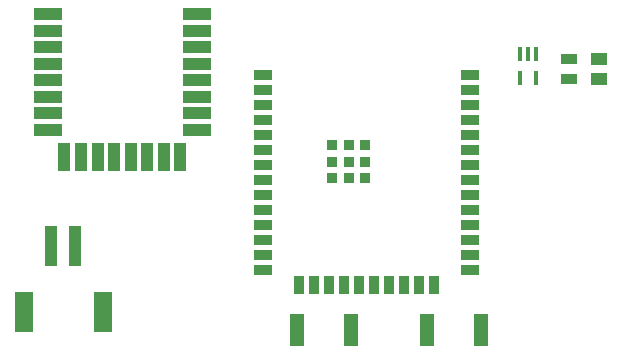
<source format=gbr>
%TF.GenerationSoftware,KiCad,Pcbnew,7.0.10*%
%TF.CreationDate,2024-11-01T14:14:09-04:00*%
%TF.ProjectId,pcb_v1,7063625f-7631-42e6-9b69-6361645f7063,rev?*%
%TF.SameCoordinates,Original*%
%TF.FileFunction,Paste,Top*%
%TF.FilePolarity,Positive*%
%FSLAX46Y46*%
G04 Gerber Fmt 4.6, Leading zero omitted, Abs format (unit mm)*
G04 Created by KiCad (PCBNEW 7.0.10) date 2024-11-01 14:14:09*
%MOMM*%
%LPD*%
G01*
G04 APERTURE LIST*
%ADD10R,1.200000X2.700000*%
%ADD11R,1.000000X3.500000*%
%ADD12R,1.500000X3.400000*%
%ADD13R,2.450000X1.000000*%
%ADD14R,1.000000X2.450000*%
%ADD15R,1.470000X1.020000*%
%ADD16R,1.500000X0.900000*%
%ADD17R,0.900000X1.500000*%
%ADD18R,0.900000X0.900000*%
%ADD19R,1.430000X0.940000*%
%ADD20R,0.450000X1.150000*%
G04 APERTURE END LIST*
D10*
%TO.C,R2*%
X136300000Y-125250000D03*
X131700000Y-125250000D03*
%TD*%
%TO.C,R1*%
X147300000Y-125250000D03*
X142700000Y-125250000D03*
%TD*%
D11*
%TO.C,J2*%
X110900000Y-118200000D03*
X112900000Y-118200000D03*
D12*
X108550000Y-123750000D03*
X115250000Y-123750000D03*
%TD*%
D13*
%TO.C,IC2*%
X110607500Y-98540000D03*
X110607500Y-99940000D03*
X110607500Y-101340000D03*
X110607500Y-102740000D03*
X110607500Y-104140000D03*
X110607500Y-105540000D03*
X110607500Y-106940000D03*
X110607500Y-108340000D03*
D14*
X112002500Y-110635000D03*
X113402500Y-110635000D03*
X114802500Y-110635000D03*
X116202500Y-110635000D03*
X117602500Y-110635000D03*
X119002500Y-110635000D03*
X120402500Y-110635000D03*
X121802500Y-110635000D03*
D13*
X123197500Y-108340000D03*
X123197500Y-106940000D03*
X123197500Y-105540000D03*
X123197500Y-104140000D03*
X123197500Y-102740000D03*
X123197500Y-101340000D03*
X123197500Y-99940000D03*
X123197500Y-98540000D03*
%TD*%
D15*
%TO.C,C1*%
X157250000Y-103990000D03*
X157250000Y-102370000D03*
%TD*%
D16*
%TO.C,IC1*%
X128830000Y-103690000D03*
X128830000Y-104960000D03*
X128830000Y-106230000D03*
X128830000Y-107500000D03*
X128830000Y-108770000D03*
X128830000Y-110040000D03*
X128830000Y-111310000D03*
X128830000Y-112580000D03*
X128830000Y-113850000D03*
X128830000Y-115120000D03*
X128830000Y-116390000D03*
X128830000Y-117660000D03*
X128830000Y-118930000D03*
X128830000Y-120200000D03*
D17*
X131865000Y-121450000D03*
X133135000Y-121450000D03*
X134405000Y-121450000D03*
X135675000Y-121450000D03*
X136945000Y-121450000D03*
X138215000Y-121450000D03*
X139485000Y-121450000D03*
X140755000Y-121450000D03*
X142025000Y-121450000D03*
X143295000Y-121450000D03*
D16*
X146330000Y-120200000D03*
X146330000Y-118930000D03*
X146330000Y-117660000D03*
X146330000Y-116390000D03*
X146330000Y-115120000D03*
X146330000Y-113850000D03*
X146330000Y-112580000D03*
X146330000Y-111310000D03*
X146330000Y-110040000D03*
X146330000Y-108770000D03*
X146330000Y-107500000D03*
X146330000Y-106230000D03*
X146330000Y-104960000D03*
X146330000Y-103690000D03*
D18*
X136080000Y-111030000D03*
X134680000Y-109630000D03*
X134680000Y-111030000D03*
X134680000Y-112430000D03*
X136080000Y-112430000D03*
X137480000Y-112430000D03*
X137480000Y-111030000D03*
X137480000Y-109630000D03*
X136080000Y-109630000D03*
%TD*%
D19*
%TO.C,C2*%
X154750000Y-104000000D03*
X154750000Y-102360000D03*
%TD*%
D20*
%TO.C,IC3*%
X151900000Y-101930000D03*
X151250000Y-101930000D03*
X150600000Y-101930000D03*
X150600000Y-103930000D03*
X151900000Y-103930000D03*
%TD*%
M02*

</source>
